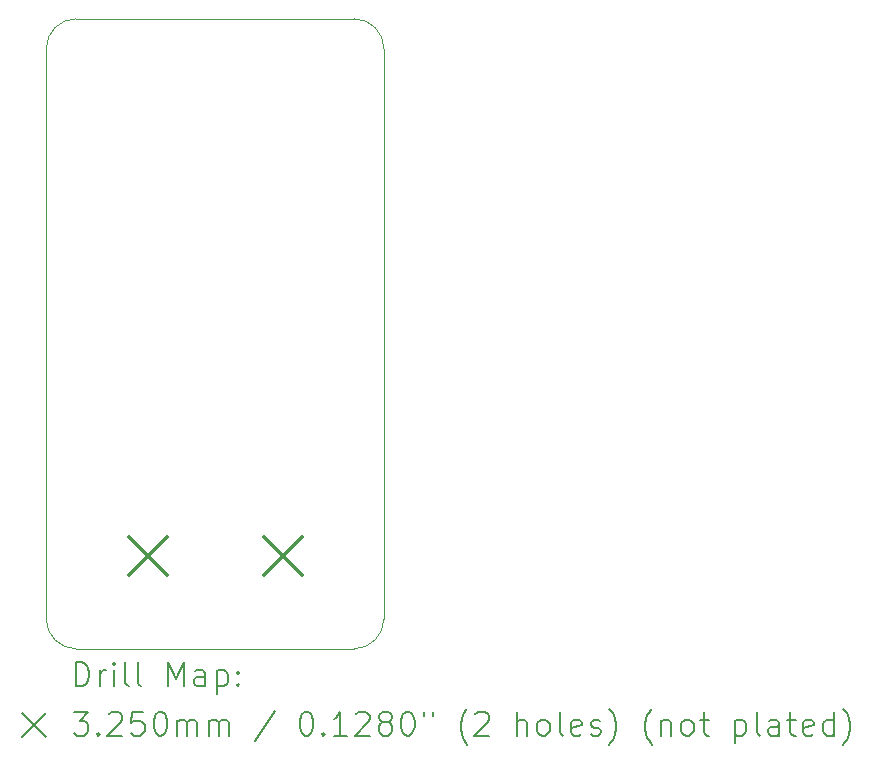
<source format=gbr>
%FSLAX45Y45*%
G04 Gerber Fmt 4.5, Leading zero omitted, Abs format (unit mm)*
G04 Created by KiCad (PCBNEW (6.0.4)) date 2022-10-30 16:16:00*
%MOMM*%
%LPD*%
G01*
G04 APERTURE LIST*
%TA.AperFunction,Profile*%
%ADD10C,0.100000*%
%TD*%
%ADD11C,0.200000*%
%ADD12C,0.325000*%
G04 APERTURE END LIST*
D10*
X4726000Y-2540000D02*
X2374000Y-2540000D01*
X2374000Y-2540000D02*
G75*
G03*
X2120000Y-2794000I0J-254000D01*
G01*
X4980000Y-2794000D02*
G75*
G03*
X4726000Y-2540000I-254000J0D01*
G01*
X4726000Y-7874000D02*
G75*
G03*
X4980000Y-7620000I0J254000D01*
G01*
X2120000Y-7620000D02*
G75*
G03*
X2374000Y-7874000I254000J0D01*
G01*
X2120000Y-2794000D02*
X2120000Y-7620000D01*
X2374000Y-7874000D02*
X4726000Y-7874000D01*
X4980000Y-7620000D02*
X4980000Y-2794000D01*
D11*
D12*
X2822000Y-6928250D02*
X3147000Y-7253250D01*
X3147000Y-6928250D02*
X2822000Y-7253250D01*
X3965000Y-6928250D02*
X4290000Y-7253250D01*
X4290000Y-6928250D02*
X3965000Y-7253250D01*
D11*
X2372619Y-8189476D02*
X2372619Y-7989476D01*
X2420238Y-7989476D01*
X2448810Y-7999000D01*
X2467857Y-8018048D01*
X2477381Y-8037095D01*
X2486905Y-8075190D01*
X2486905Y-8103762D01*
X2477381Y-8141857D01*
X2467857Y-8160905D01*
X2448810Y-8179952D01*
X2420238Y-8189476D01*
X2372619Y-8189476D01*
X2572619Y-8189476D02*
X2572619Y-8056143D01*
X2572619Y-8094238D02*
X2582143Y-8075190D01*
X2591667Y-8065667D01*
X2610714Y-8056143D01*
X2629762Y-8056143D01*
X2696429Y-8189476D02*
X2696429Y-8056143D01*
X2696429Y-7989476D02*
X2686905Y-7999000D01*
X2696429Y-8008524D01*
X2705952Y-7999000D01*
X2696429Y-7989476D01*
X2696429Y-8008524D01*
X2820238Y-8189476D02*
X2801190Y-8179952D01*
X2791667Y-8160905D01*
X2791667Y-7989476D01*
X2925000Y-8189476D02*
X2905952Y-8179952D01*
X2896428Y-8160905D01*
X2896428Y-7989476D01*
X3153571Y-8189476D02*
X3153571Y-7989476D01*
X3220238Y-8132333D01*
X3286905Y-7989476D01*
X3286905Y-8189476D01*
X3467857Y-8189476D02*
X3467857Y-8084714D01*
X3458333Y-8065667D01*
X3439286Y-8056143D01*
X3401190Y-8056143D01*
X3382143Y-8065667D01*
X3467857Y-8179952D02*
X3448809Y-8189476D01*
X3401190Y-8189476D01*
X3382143Y-8179952D01*
X3372619Y-8160905D01*
X3372619Y-8141857D01*
X3382143Y-8122809D01*
X3401190Y-8113286D01*
X3448809Y-8113286D01*
X3467857Y-8103762D01*
X3563095Y-8056143D02*
X3563095Y-8256143D01*
X3563095Y-8065667D02*
X3582143Y-8056143D01*
X3620238Y-8056143D01*
X3639286Y-8065667D01*
X3648809Y-8075190D01*
X3658333Y-8094238D01*
X3658333Y-8151381D01*
X3648809Y-8170428D01*
X3639286Y-8179952D01*
X3620238Y-8189476D01*
X3582143Y-8189476D01*
X3563095Y-8179952D01*
X3744048Y-8170428D02*
X3753571Y-8179952D01*
X3744048Y-8189476D01*
X3734524Y-8179952D01*
X3744048Y-8170428D01*
X3744048Y-8189476D01*
X3744048Y-8065667D02*
X3753571Y-8075190D01*
X3744048Y-8084714D01*
X3734524Y-8075190D01*
X3744048Y-8065667D01*
X3744048Y-8084714D01*
X1915000Y-8419000D02*
X2115000Y-8619000D01*
X2115000Y-8419000D02*
X1915000Y-8619000D01*
X2353571Y-8409476D02*
X2477381Y-8409476D01*
X2410714Y-8485667D01*
X2439286Y-8485667D01*
X2458333Y-8495190D01*
X2467857Y-8504714D01*
X2477381Y-8523762D01*
X2477381Y-8571381D01*
X2467857Y-8590429D01*
X2458333Y-8599952D01*
X2439286Y-8609476D01*
X2382143Y-8609476D01*
X2363095Y-8599952D01*
X2353571Y-8590429D01*
X2563095Y-8590429D02*
X2572619Y-8599952D01*
X2563095Y-8609476D01*
X2553571Y-8599952D01*
X2563095Y-8590429D01*
X2563095Y-8609476D01*
X2648810Y-8428524D02*
X2658333Y-8419000D01*
X2677381Y-8409476D01*
X2725000Y-8409476D01*
X2744048Y-8419000D01*
X2753571Y-8428524D01*
X2763095Y-8447571D01*
X2763095Y-8466619D01*
X2753571Y-8495190D01*
X2639286Y-8609476D01*
X2763095Y-8609476D01*
X2944048Y-8409476D02*
X2848809Y-8409476D01*
X2839286Y-8504714D01*
X2848809Y-8495190D01*
X2867857Y-8485667D01*
X2915476Y-8485667D01*
X2934524Y-8495190D01*
X2944048Y-8504714D01*
X2953571Y-8523762D01*
X2953571Y-8571381D01*
X2944048Y-8590429D01*
X2934524Y-8599952D01*
X2915476Y-8609476D01*
X2867857Y-8609476D01*
X2848809Y-8599952D01*
X2839286Y-8590429D01*
X3077381Y-8409476D02*
X3096428Y-8409476D01*
X3115476Y-8419000D01*
X3125000Y-8428524D01*
X3134524Y-8447571D01*
X3144048Y-8485667D01*
X3144048Y-8533286D01*
X3134524Y-8571381D01*
X3125000Y-8590429D01*
X3115476Y-8599952D01*
X3096428Y-8609476D01*
X3077381Y-8609476D01*
X3058333Y-8599952D01*
X3048809Y-8590429D01*
X3039286Y-8571381D01*
X3029762Y-8533286D01*
X3029762Y-8485667D01*
X3039286Y-8447571D01*
X3048809Y-8428524D01*
X3058333Y-8419000D01*
X3077381Y-8409476D01*
X3229762Y-8609476D02*
X3229762Y-8476143D01*
X3229762Y-8495190D02*
X3239286Y-8485667D01*
X3258333Y-8476143D01*
X3286905Y-8476143D01*
X3305952Y-8485667D01*
X3315476Y-8504714D01*
X3315476Y-8609476D01*
X3315476Y-8504714D02*
X3325000Y-8485667D01*
X3344048Y-8476143D01*
X3372619Y-8476143D01*
X3391667Y-8485667D01*
X3401190Y-8504714D01*
X3401190Y-8609476D01*
X3496428Y-8609476D02*
X3496428Y-8476143D01*
X3496428Y-8495190D02*
X3505952Y-8485667D01*
X3525000Y-8476143D01*
X3553571Y-8476143D01*
X3572619Y-8485667D01*
X3582143Y-8504714D01*
X3582143Y-8609476D01*
X3582143Y-8504714D02*
X3591667Y-8485667D01*
X3610714Y-8476143D01*
X3639286Y-8476143D01*
X3658333Y-8485667D01*
X3667857Y-8504714D01*
X3667857Y-8609476D01*
X4058333Y-8399952D02*
X3886905Y-8657095D01*
X4315476Y-8409476D02*
X4334524Y-8409476D01*
X4353571Y-8419000D01*
X4363095Y-8428524D01*
X4372619Y-8447571D01*
X4382143Y-8485667D01*
X4382143Y-8533286D01*
X4372619Y-8571381D01*
X4363095Y-8590429D01*
X4353571Y-8599952D01*
X4334524Y-8609476D01*
X4315476Y-8609476D01*
X4296429Y-8599952D01*
X4286905Y-8590429D01*
X4277381Y-8571381D01*
X4267857Y-8533286D01*
X4267857Y-8485667D01*
X4277381Y-8447571D01*
X4286905Y-8428524D01*
X4296429Y-8419000D01*
X4315476Y-8409476D01*
X4467857Y-8590429D02*
X4477381Y-8599952D01*
X4467857Y-8609476D01*
X4458333Y-8599952D01*
X4467857Y-8590429D01*
X4467857Y-8609476D01*
X4667857Y-8609476D02*
X4553571Y-8609476D01*
X4610714Y-8609476D02*
X4610714Y-8409476D01*
X4591667Y-8438048D01*
X4572619Y-8457095D01*
X4553571Y-8466619D01*
X4744048Y-8428524D02*
X4753571Y-8419000D01*
X4772619Y-8409476D01*
X4820238Y-8409476D01*
X4839286Y-8419000D01*
X4848810Y-8428524D01*
X4858333Y-8447571D01*
X4858333Y-8466619D01*
X4848810Y-8495190D01*
X4734524Y-8609476D01*
X4858333Y-8609476D01*
X4972619Y-8495190D02*
X4953571Y-8485667D01*
X4944048Y-8476143D01*
X4934524Y-8457095D01*
X4934524Y-8447571D01*
X4944048Y-8428524D01*
X4953571Y-8419000D01*
X4972619Y-8409476D01*
X5010714Y-8409476D01*
X5029762Y-8419000D01*
X5039286Y-8428524D01*
X5048810Y-8447571D01*
X5048810Y-8457095D01*
X5039286Y-8476143D01*
X5029762Y-8485667D01*
X5010714Y-8495190D01*
X4972619Y-8495190D01*
X4953571Y-8504714D01*
X4944048Y-8514238D01*
X4934524Y-8533286D01*
X4934524Y-8571381D01*
X4944048Y-8590429D01*
X4953571Y-8599952D01*
X4972619Y-8609476D01*
X5010714Y-8609476D01*
X5029762Y-8599952D01*
X5039286Y-8590429D01*
X5048810Y-8571381D01*
X5048810Y-8533286D01*
X5039286Y-8514238D01*
X5029762Y-8504714D01*
X5010714Y-8495190D01*
X5172619Y-8409476D02*
X5191667Y-8409476D01*
X5210714Y-8419000D01*
X5220238Y-8428524D01*
X5229762Y-8447571D01*
X5239286Y-8485667D01*
X5239286Y-8533286D01*
X5229762Y-8571381D01*
X5220238Y-8590429D01*
X5210714Y-8599952D01*
X5191667Y-8609476D01*
X5172619Y-8609476D01*
X5153571Y-8599952D01*
X5144048Y-8590429D01*
X5134524Y-8571381D01*
X5125000Y-8533286D01*
X5125000Y-8485667D01*
X5134524Y-8447571D01*
X5144048Y-8428524D01*
X5153571Y-8419000D01*
X5172619Y-8409476D01*
X5315476Y-8409476D02*
X5315476Y-8447571D01*
X5391667Y-8409476D02*
X5391667Y-8447571D01*
X5686905Y-8685667D02*
X5677381Y-8676143D01*
X5658333Y-8647571D01*
X5648809Y-8628524D01*
X5639286Y-8599952D01*
X5629762Y-8552333D01*
X5629762Y-8514238D01*
X5639286Y-8466619D01*
X5648809Y-8438048D01*
X5658333Y-8419000D01*
X5677381Y-8390429D01*
X5686905Y-8380905D01*
X5753571Y-8428524D02*
X5763095Y-8419000D01*
X5782143Y-8409476D01*
X5829762Y-8409476D01*
X5848809Y-8419000D01*
X5858333Y-8428524D01*
X5867857Y-8447571D01*
X5867857Y-8466619D01*
X5858333Y-8495190D01*
X5744048Y-8609476D01*
X5867857Y-8609476D01*
X6105952Y-8609476D02*
X6105952Y-8409476D01*
X6191667Y-8609476D02*
X6191667Y-8504714D01*
X6182143Y-8485667D01*
X6163095Y-8476143D01*
X6134524Y-8476143D01*
X6115476Y-8485667D01*
X6105952Y-8495190D01*
X6315476Y-8609476D02*
X6296428Y-8599952D01*
X6286905Y-8590429D01*
X6277381Y-8571381D01*
X6277381Y-8514238D01*
X6286905Y-8495190D01*
X6296428Y-8485667D01*
X6315476Y-8476143D01*
X6344048Y-8476143D01*
X6363095Y-8485667D01*
X6372619Y-8495190D01*
X6382143Y-8514238D01*
X6382143Y-8571381D01*
X6372619Y-8590429D01*
X6363095Y-8599952D01*
X6344048Y-8609476D01*
X6315476Y-8609476D01*
X6496428Y-8609476D02*
X6477381Y-8599952D01*
X6467857Y-8580905D01*
X6467857Y-8409476D01*
X6648809Y-8599952D02*
X6629762Y-8609476D01*
X6591667Y-8609476D01*
X6572619Y-8599952D01*
X6563095Y-8580905D01*
X6563095Y-8504714D01*
X6572619Y-8485667D01*
X6591667Y-8476143D01*
X6629762Y-8476143D01*
X6648809Y-8485667D01*
X6658333Y-8504714D01*
X6658333Y-8523762D01*
X6563095Y-8542810D01*
X6734524Y-8599952D02*
X6753571Y-8609476D01*
X6791667Y-8609476D01*
X6810714Y-8599952D01*
X6820238Y-8580905D01*
X6820238Y-8571381D01*
X6810714Y-8552333D01*
X6791667Y-8542810D01*
X6763095Y-8542810D01*
X6744048Y-8533286D01*
X6734524Y-8514238D01*
X6734524Y-8504714D01*
X6744048Y-8485667D01*
X6763095Y-8476143D01*
X6791667Y-8476143D01*
X6810714Y-8485667D01*
X6886905Y-8685667D02*
X6896428Y-8676143D01*
X6915476Y-8647571D01*
X6925000Y-8628524D01*
X6934524Y-8599952D01*
X6944048Y-8552333D01*
X6944048Y-8514238D01*
X6934524Y-8466619D01*
X6925000Y-8438048D01*
X6915476Y-8419000D01*
X6896428Y-8390429D01*
X6886905Y-8380905D01*
X7248809Y-8685667D02*
X7239286Y-8676143D01*
X7220238Y-8647571D01*
X7210714Y-8628524D01*
X7201190Y-8599952D01*
X7191667Y-8552333D01*
X7191667Y-8514238D01*
X7201190Y-8466619D01*
X7210714Y-8438048D01*
X7220238Y-8419000D01*
X7239286Y-8390429D01*
X7248809Y-8380905D01*
X7325000Y-8476143D02*
X7325000Y-8609476D01*
X7325000Y-8495190D02*
X7334524Y-8485667D01*
X7353571Y-8476143D01*
X7382143Y-8476143D01*
X7401190Y-8485667D01*
X7410714Y-8504714D01*
X7410714Y-8609476D01*
X7534524Y-8609476D02*
X7515476Y-8599952D01*
X7505952Y-8590429D01*
X7496428Y-8571381D01*
X7496428Y-8514238D01*
X7505952Y-8495190D01*
X7515476Y-8485667D01*
X7534524Y-8476143D01*
X7563095Y-8476143D01*
X7582143Y-8485667D01*
X7591667Y-8495190D01*
X7601190Y-8514238D01*
X7601190Y-8571381D01*
X7591667Y-8590429D01*
X7582143Y-8599952D01*
X7563095Y-8609476D01*
X7534524Y-8609476D01*
X7658333Y-8476143D02*
X7734524Y-8476143D01*
X7686905Y-8409476D02*
X7686905Y-8580905D01*
X7696428Y-8599952D01*
X7715476Y-8609476D01*
X7734524Y-8609476D01*
X7953571Y-8476143D02*
X7953571Y-8676143D01*
X7953571Y-8485667D02*
X7972619Y-8476143D01*
X8010714Y-8476143D01*
X8029762Y-8485667D01*
X8039286Y-8495190D01*
X8048809Y-8514238D01*
X8048809Y-8571381D01*
X8039286Y-8590429D01*
X8029762Y-8599952D01*
X8010714Y-8609476D01*
X7972619Y-8609476D01*
X7953571Y-8599952D01*
X8163095Y-8609476D02*
X8144048Y-8599952D01*
X8134524Y-8580905D01*
X8134524Y-8409476D01*
X8325000Y-8609476D02*
X8325000Y-8504714D01*
X8315476Y-8485667D01*
X8296428Y-8476143D01*
X8258333Y-8476143D01*
X8239286Y-8485667D01*
X8325000Y-8599952D02*
X8305952Y-8609476D01*
X8258333Y-8609476D01*
X8239286Y-8599952D01*
X8229762Y-8580905D01*
X8229762Y-8561857D01*
X8239286Y-8542810D01*
X8258333Y-8533286D01*
X8305952Y-8533286D01*
X8325000Y-8523762D01*
X8391667Y-8476143D02*
X8467857Y-8476143D01*
X8420238Y-8409476D02*
X8420238Y-8580905D01*
X8429762Y-8599952D01*
X8448810Y-8609476D01*
X8467857Y-8609476D01*
X8610714Y-8599952D02*
X8591667Y-8609476D01*
X8553571Y-8609476D01*
X8534524Y-8599952D01*
X8525000Y-8580905D01*
X8525000Y-8504714D01*
X8534524Y-8485667D01*
X8553571Y-8476143D01*
X8591667Y-8476143D01*
X8610714Y-8485667D01*
X8620238Y-8504714D01*
X8620238Y-8523762D01*
X8525000Y-8542810D01*
X8791667Y-8609476D02*
X8791667Y-8409476D01*
X8791667Y-8599952D02*
X8772619Y-8609476D01*
X8734524Y-8609476D01*
X8715476Y-8599952D01*
X8705952Y-8590429D01*
X8696429Y-8571381D01*
X8696429Y-8514238D01*
X8705952Y-8495190D01*
X8715476Y-8485667D01*
X8734524Y-8476143D01*
X8772619Y-8476143D01*
X8791667Y-8485667D01*
X8867857Y-8685667D02*
X8877381Y-8676143D01*
X8896429Y-8647571D01*
X8905952Y-8628524D01*
X8915476Y-8599952D01*
X8925000Y-8552333D01*
X8925000Y-8514238D01*
X8915476Y-8466619D01*
X8905952Y-8438048D01*
X8896429Y-8419000D01*
X8877381Y-8390429D01*
X8867857Y-8380905D01*
M02*

</source>
